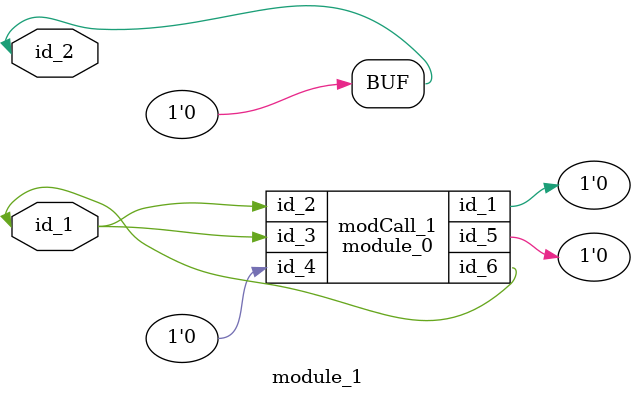
<source format=v>
module module_0 (
    id_1,
    id_2,
    id_3,
    id_4,
    id_5,
    id_6
);
  output wire id_6;
  inout wire id_5;
  input wire id_4;
  input wire id_3;
  input wire id_2;
  inout wire id_1;
  assign id_5 = id_4;
  assign id_5 = id_3;
  assign id_6 = 1;
  assign id_5 = 1;
endmodule
module module_1 (
    id_1,
    id_2
);
  inout wire id_2;
  inout wire id_1;
  assign id_2 = 1'b0;
  module_0 modCall_1 (
      id_2,
      id_1,
      id_1,
      id_2,
      id_2,
      id_1
  );
endmodule

</source>
